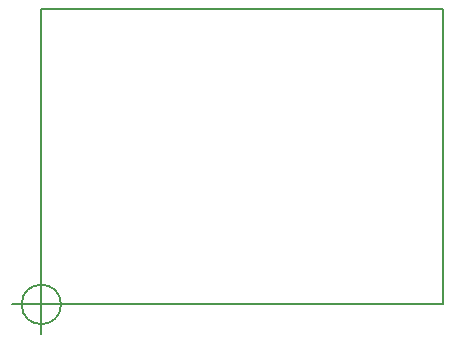
<source format=gm1>
G04 #@! TF.FileFunction,Profile,NP*
%FSLAX46Y46*%
G04 Gerber Fmt 4.6, Leading zero omitted, Abs format (unit mm)*
G04 Created by KiCad (PCBNEW 4.0.1-stable) date 2016/01/22 22:00:18*
%MOMM*%
G01*
G04 APERTURE LIST*
%ADD10C,0.100000*%
%ADD11C,0.150000*%
G04 APERTURE END LIST*
D10*
D11*
X1666666Y0D02*
G75*
G03X1666666Y0I-1666666J0D01*
G01*
X-2500000Y0D02*
X2500000Y0D01*
X0Y2500000D02*
X0Y-2500000D01*
X0Y25000000D02*
X34000000Y25000000D01*
X0Y0D02*
X0Y25000000D01*
X34000000Y0D02*
X34000000Y25000000D01*
X0Y0D02*
X34000000Y0D01*
M02*

</source>
